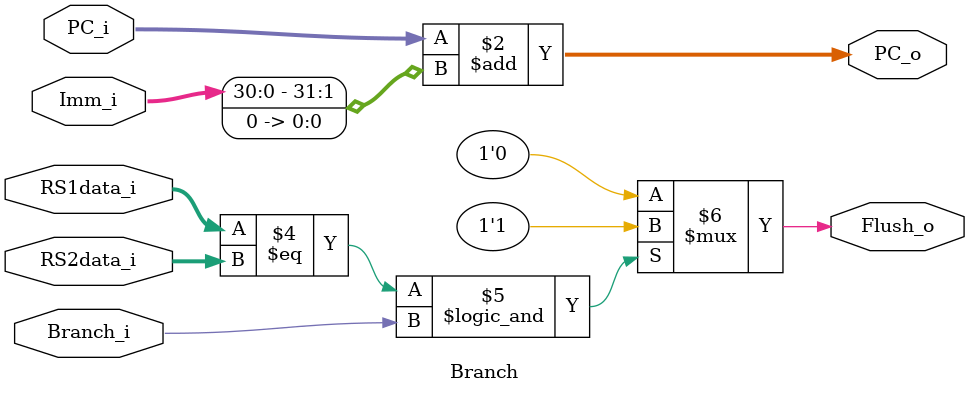
<source format=v>
module  Branch
(
    RS1data_i,
    RS2data_i,
    Branch_i,
    Imm_i,
    PC_i,
    Flush_o,
    PC_o
);

input   [31:0]  RS1data_i;
input   [31:0]  RS2data_i;
input           Branch_i;
input   [31:0]  Imm_i;
input   [31:0]  PC_i;
output reg      Flush_o;
output  [31:0]  PC_o;

assign PC_o = PC_i + (Imm_i << 1);

always @(RS1data_i or RS2data_i or Branch_i or Imm_i or PC_i) begin
	Flush_o = (RS1data_i == RS2data_i && Branch_i) ? 1'b1 : 1'b0;
end

endmodule

</source>
